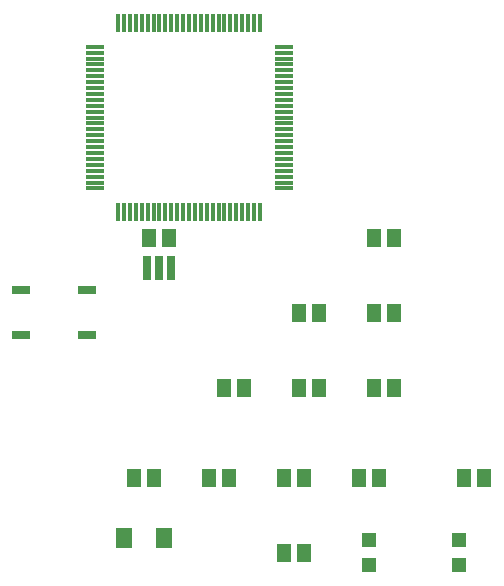
<source format=gtp>
G75*
%MOIN*%
%OFA0B0*%
%FSLAX24Y24*%
%IPPOS*%
%LPD*%
%AMOC8*
5,1,8,0,0,1.08239X$1,22.5*
%
%ADD10R,0.0512X0.0591*%
%ADD11R,0.0551X0.0709*%
%ADD12R,0.0591X0.0118*%
%ADD13R,0.0118X0.0591*%
%ADD14R,0.0472X0.0472*%
%ADD15R,0.0600X0.0300*%
%ADD16R,0.0276X0.0787*%
D10*
X009305Y006140D03*
X009975Y006140D03*
X011805Y006140D03*
X012475Y006140D03*
X014305Y006140D03*
X014975Y006140D03*
X016805Y006140D03*
X017475Y006140D03*
X017305Y009140D03*
X017975Y009140D03*
X017975Y011640D03*
X017305Y011640D03*
X015475Y011640D03*
X014805Y011640D03*
X014805Y009140D03*
X015475Y009140D03*
X012975Y009140D03*
X012305Y009140D03*
X010475Y014140D03*
X009805Y014140D03*
X017305Y014140D03*
X017975Y014140D03*
X020305Y006140D03*
X020975Y006140D03*
X014975Y003640D03*
X014305Y003640D03*
D11*
X008971Y004140D03*
X010309Y004140D03*
D12*
X007990Y015778D03*
X007990Y015975D03*
X007990Y016171D03*
X007990Y016368D03*
X007990Y016565D03*
X007990Y016762D03*
X007990Y016959D03*
X007990Y017156D03*
X007990Y017353D03*
X007990Y017549D03*
X007990Y017746D03*
X007990Y017943D03*
X007990Y018140D03*
X007990Y018337D03*
X007990Y018534D03*
X007990Y018731D03*
X007990Y018927D03*
X007990Y019124D03*
X007990Y019321D03*
X007990Y019518D03*
X007990Y019715D03*
X007990Y019912D03*
X007990Y020109D03*
X007990Y020305D03*
X007990Y020502D03*
X014290Y020502D03*
X014290Y020305D03*
X014290Y020109D03*
X014290Y019912D03*
X014290Y019715D03*
X014290Y019518D03*
X014290Y019321D03*
X014290Y019124D03*
X014290Y018927D03*
X014290Y018731D03*
X014290Y018534D03*
X014290Y018337D03*
X014290Y018140D03*
X014290Y017943D03*
X014290Y017746D03*
X014290Y017549D03*
X014290Y017353D03*
X014290Y017156D03*
X014290Y016959D03*
X014290Y016762D03*
X014290Y016565D03*
X014290Y016368D03*
X014290Y016171D03*
X014290Y015975D03*
X014290Y015778D03*
D13*
X013502Y014990D03*
X013305Y014990D03*
X013109Y014990D03*
X012912Y014990D03*
X012715Y014990D03*
X012518Y014990D03*
X012321Y014990D03*
X012124Y014990D03*
X011927Y014990D03*
X011731Y014990D03*
X011534Y014990D03*
X011337Y014990D03*
X011140Y014990D03*
X010943Y014990D03*
X010746Y014990D03*
X010549Y014990D03*
X010353Y014990D03*
X010156Y014990D03*
X009959Y014990D03*
X009762Y014990D03*
X009565Y014990D03*
X009368Y014990D03*
X009171Y014990D03*
X008975Y014990D03*
X008778Y014990D03*
X008778Y021290D03*
X008975Y021290D03*
X009171Y021290D03*
X009368Y021290D03*
X009565Y021290D03*
X009762Y021290D03*
X009959Y021290D03*
X010156Y021290D03*
X010353Y021290D03*
X010549Y021290D03*
X010746Y021290D03*
X010943Y021290D03*
X011140Y021290D03*
X011337Y021290D03*
X011534Y021290D03*
X011731Y021290D03*
X011927Y021290D03*
X012124Y021290D03*
X012321Y021290D03*
X012518Y021290D03*
X012715Y021290D03*
X012912Y021290D03*
X013109Y021290D03*
X013305Y021290D03*
X013502Y021290D03*
D14*
X017140Y004053D03*
X017140Y003227D03*
X020140Y003227D03*
X020140Y004053D03*
D15*
X007740Y010890D03*
X007740Y012390D03*
X005540Y012390D03*
X005540Y010890D03*
D16*
X009746Y013140D03*
X010140Y013140D03*
X010534Y013140D03*
M02*

</source>
